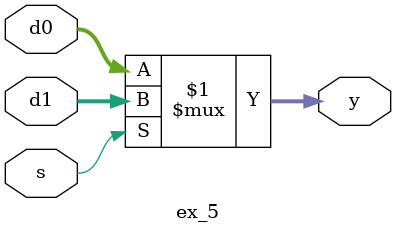
<source format=sv>
`timescale 1ns / 1ps


module ex_5(    //MUX
    input logic s,
    input logic [3:0] d0,
    input logic [3:0] d1,
    output logic [3:0] y
    );
    
    assign y = s? d1:d0;
    //y = s1?(s0? d3:d2):(s0? d1:d0) Anidación 
endmodule

</source>
